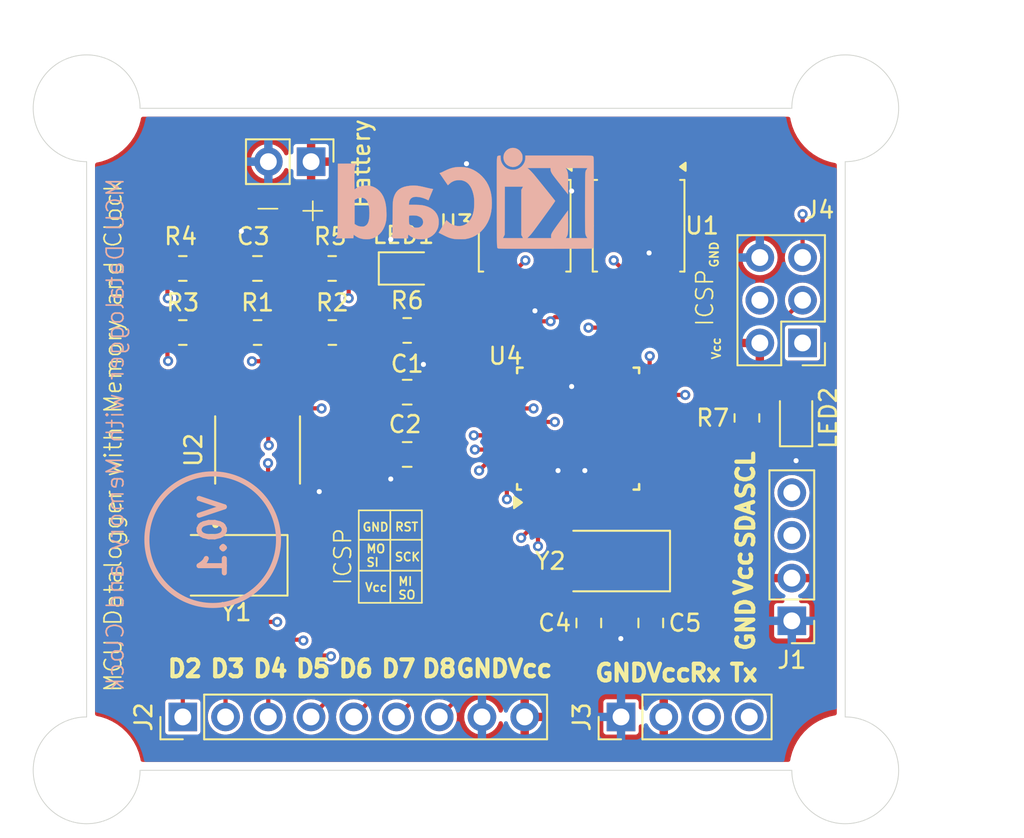
<source format=kicad_pcb>
(kicad_pcb (version 20240108) (generator "pcbnew") (generator_version "8.0")
  (title_block (title "${PROJECT_NAME}") (date "2024-09-07") (rev "1") (company "AllOkay Solutions") (comment 1 "PCB 2-Layer version"))
  (layers (0 "F.Cu" signal) (1 "In1.Cu" signal) (2 "In2.Cu" signal) (31 "B.Cu" signal) (34 "B.Paste" user) (35 "F.Paste" user) (36 "B.SilkS" user "B.Silkscreen") (37 "F.SilkS" user "F.Silkscreen") (38 "B.Mask" user) (39 "F.Mask" user) (44 "Edge.Cuts" user))
  (property "BOARD_VERSION" "0")
  (property "PROJECT_NAME" "MCU Datalogger with Memory and Clock")
  (net 0 "")
  (net 1 "/BVcc")
  (net 2 "GND")
  (net 3 "/AREF")
  (net 4 "Net-(U4-XTAL1{slash}PB6)")
  (net 5 "Net-(U4-XTAL2{slash}PB7)")
  (net 6 "Net-(D1-A)")
  (net 7 "Net-(D2-A)")
  (net 8 "/SCK")
  (net 9 "/SDA")
  (net 10 "/D7")
  (net 11 "/D3")
  (net 12 "/D8")
  (net 13 "/D4")
  (net 14 "/D5")
  (net 15 "/D6")
  (net 16 "/D2")
  (net 17 "/RX")
  (net 18 "/TX")
  (net 19 "/RESET")
  (net 20 "/MOSI")
  (net 21 "/MISO")
  (net 22 "Net-(U2-~{INTA})")
  (net 23 "Net-(U2-SQW{slash}~INT)")
  (net 24 "Net-(U2-X1)")
  (net 25 "Net-(U2-X2)")
  (net 34 "/SCL")
  (footprint "Resistor_SMD:R_0805_2012Metric" (layer "F.Cu") (at 149.245 81.606 180)
    (property "Reference" "R6")
    (property "Value" "330R")
  )
  (footprint "Capacitor_SMD:C_0805_2012Metric" (layer "F.Cu") (at 160.04 99.002 -90)
    (property "Reference" "C4")
    (property "Value" "22p")
  )
  (footprint "Connector_PinHeader_2.54mm:PinHeader_1x04_P2.54mm_Vertical" (layer "F.Cu") (at 161.955 104.59 90)
    (property "Reference" "J3")
    (property "Value" "Conn_01x04_Pin")
  )
  (footprint "Resistor_SMD:R_0805_2012Metric" (layer "F.Cu") (at 144.8 81.73)
    (property "Reference" "R2")
    (property "Value" "10k")
  )
  (footprint "Package_SO:SOIC-8_5.23x5.23mm_P1.27mm" (layer "F.Cu") (at 163 75.38 -90)
    (property "Reference" "U1")
    (property "Value" "24LC1025")
  )
  (footprint "MountingHole:MountingHole_2.1mm" (layer "F.Cu") (at 175.28 68.395)
    (property "Reference" "H2" (hide yes))
    (property "Value" "MountingHole")
  )
  (footprint "Capacitor_SMD:C_0805_2012Metric" (layer "F.Cu") (at 149.245 88.981 180)
    (property "Reference" "C2")
    (property "Value" "0.1u")
  )
  (footprint "Connector_PinHeader_2.54mm:PinHeader_2x03_P2.54mm_Vertical" (layer "F.Cu") (at 172.745 82.35 180)
    (property "Reference" "J4")
    (property "Value" "Conn_02x03_Odd_Even")
  )
  (footprint "LED_SMD:LED_0805_2012Metric" (layer "F.Cu") (at 172.359 86.81 90)
    (property "Reference" "D2" (hide yes))
    (property "Value" "LED" (hide yes))
  )
  (footprint "LED_SMD:LED_0805_2012Metric" (layer "F.Cu") (at 149.245 77.92)
    (property "Reference" "D1" (hide yes))
    (property "Value" "LED" (hide yes))
  )
  (footprint "Connector_PinHeader_2.54mm:PinHeader_1x02_P2.54mm_Vertical" (layer "F.Cu") (at 143.535 71.57 -90)
    (property "Reference" "BT1" (hide yes))
    (property "Value" "Battery" (hide yes))
  )
  (footprint "MountingHole:MountingHole_2.1mm" (layer "F.Cu") (at 130.195 68.395)
    (property "Reference" "H1" (hide yes))
    (property "Value" "MountingHole")
  )
  (footprint "Package_SO:SOIC-8_5.23x5.23mm_P1.27mm" (layer "F.Cu") (at 156.23 75.38 -90)
    (property "Reference" "U3")
    (property "Value" "24LC1025")
  )
  (footprint "Capacitor_SMD:C_0805_2012Metric" (layer "F.Cu") (at 149.245 85.277)
    (property "Reference" "C1")
    (property "Value" "0.1u")
  )
  (footprint "Connector_PinHeader_2.54mm:PinHeader_1x04_P2.54mm_Vertical" (layer "F.Cu") (at 172.105 98.875 180)
    (property "Reference" "J1")
    (property "Value" "Conn_01x04_Pin")
  )
  (footprint "Resistor_SMD:R_0805_2012Metric" (layer "F.Cu") (at 144.786666 77.92 180)
    (property "Reference" "R5")
    (property "Value" "10K")
  )
  (footprint "MountingHole:MountingHole_2.1mm" (layer "F.Cu") (at 175.28 107.765)
    (property "Reference" "H4" (hide yes))
    (property "Value" "MountingHole")
  )
  (footprint "Crystal:Crystal_SMD_5032-2Pin_5.0x3.2mm" (layer "F.Cu") (at 161.818 95.319 180)
    (property "Reference" "Y2")
    (property "Value" "16MHz")
  )
  (footprint "Crystal:Crystal_SMD_5032-2Pin_5.0x3.2mm" (layer "F.Cu") (at 139.085 95.573 180)
    (property "Reference" "Y1")
    (property "Value" "32.768KHz")
  )
  (footprint "Resistor_SMD:R_0805_2012Metric" (layer "F.Cu") (at 169.438 86.81 -90)
    (property "Reference" "R7")
    (property "Value" "330R")
  )
  (footprint "Capacitor_SMD:C_0805_2012Metric" (layer "F.Cu") (at 163.723 99.002 -90)
    (property "Reference" "C5")
    (property "Value" "22p")
  )
  (footprint "Resistor_SMD:R_0805_2012Metric" (layer "F.Cu") (at 135.91 77.92)
    (property "Reference" "R4")
    (property "Value" "4.7K")
  )
  (footprint "Resistor_SMD:R_0805_2012Metric" (layer "F.Cu") (at 135.91 81.73)
    (property "Reference" "R3")
    (property "Value" "4.7K")
  )
  (footprint "Resistor_SMD:R_0805_2012Metric" (layer "F.Cu") (at 140.355 81.73 180)
    (property "Reference" "R1")
    (property "Value" "10k")
  )
  (footprint "Package_QFP:TQFP-32_7x7mm_P0.8mm" (layer "F.Cu") (at 159.405 87.445 90)
    (property "Reference" "U4")
    (property "Value" "ATmega328P")
  )
  (footprint "#download:SOIC127P600X175-8N" (layer "F.Cu") (at 140.355 88.715 90)
    (property "Reference" "U2")
    (property "Value" "DS1337S+")
  )
  (footprint "Capacitor_SMD:C_0805_2012Metric" (layer "F.Cu") (at 140.348333 77.92 180)
    (property "Reference" "C3")
    (property "Value" "100n")
  )
  (footprint "MountingHole:MountingHole_2.1mm" (layer "F.Cu") (at 130.195 107.765)
    (property "Reference" "H3" (hide yes))
    (property "Value" "MountingHole")
  )
  (footprint "Connector_PinHeader_2.54mm:PinHeader_1x09_P2.54mm_Vertical" (layer "F.Cu") (at 135.91 104.59 90)
    (property "Reference" "J2")
    (property "Value" "Conn_01x09_Pin")
  )
  (footprint "Symbol:KiCad-Logo_6mm_SilkScreen" (layer "B.Cu") (at 152.674 73.729 180)
    (property "Reference" "REF**" (hide yes))
    (property "Value" "KiCad-Logo_6mm_SilkScreen" (hide yes))
  )
  (gr_circle (center 137.688 94.049) (end 137.688 90.136658) (stroke (width 0.3)) (fill none) (layer "B.SilkS"))
  (gr_line (start 150.119208 97.805066) (end 146.369208 97.805066) (stroke (width 0.1)) (layer "F.SilkS"))
  (gr_line (start 146.366549 95.894361) (end 150.053746 95.894361) (stroke (width 0.1)) (layer "F.SilkS"))
  (gr_line (start 150.119208 92.305066) (end 150.119208 97.805066) (stroke (width 0.1)) (layer "F.SilkS"))
  (gr_line (start 146.369208 92.305066) (end 150.119208 92.305066) (stroke (width 0.1)) (layer "F.SilkS"))
  (gr_line (start 146.369208 97.805066) (end 146.369208 92.305066) (stroke (width 0.1)) (layer "F.SilkS"))
  (gr_line (start 146.369208 94.055066) (end 150.119208 94.055066) (stroke (width 0.1)) (layer "F.SilkS"))
  (gr_line (start 148.244208 92.305066) (end 148.244208 97.805066) (stroke (width 0.1)) (layer "F.SilkS"))
  (gr_line (start 130.195 71.57) (end 130.195 104.59) (stroke (width 0.05)) (layer "Edge.Cuts"))
  (gr_arc (start 175.28 104.59) (mid 177.525064 110.010064) (end 172.105 107.765) (stroke (width 0.05)) (layer "Edge.Cuts"))
  (gr_arc (start 130.195 71.57) (mid 127.949936 66.149936) (end 133.37 68.395) (stroke (width 0.05)) (layer "Edge.Cuts"))
  (gr_line (start 175.28 104.59) (end 175.28 71.57) (stroke (width 0.05)) (layer "Edge.Cuts"))
  (gr_arc (start 133.37 107.765) (mid 127.949936 110.010064) (end 130.195 104.59) (stroke (width 0.05)) (layer "Edge.Cuts"))
  (gr_line (start 172.105 68.395) (end 133.37 68.395) (stroke (width 0.05)) (layer "Edge.Cuts"))
  (gr_arc (start 172.105 68.395) (mid 177.525064 66.149936) (end 175.28 71.57) (stroke (width 0.05)) (layer "Edge.Cuts"))
  (gr_line (start 133.37 107.765) (end 172.105 107.765) (stroke (width 0.05)) (layer "Edge.Cuts"))
  (gr_text "${PROJECT_NAME}" (at 132.481 72.459 90) (layer "B.SilkS") (effects (font (size 1 1) (thickness 0.1)) (justify left bottom mirror)))
  (gr_text "V${BOARD_VERSION}.${REVISION}" (at 138.577 91.255 90) (layer "B.SilkS") (effects (font (size 1.5 1.5) (thickness 0.3) (bold yes)) (justify left bottom mirror)))
  (gr_text "Tx" (at 168.295 102.558 0) (layer "F.SilkS") (effects (font (size 1 1) (thickness 0.25) (bold yes)) (justify left bottom)))
  (gr_text "Vcc" (at 169.819 97.478 90) (layer "F.SilkS") (effects (font (size 1 1) (thickness 0.25) (bold yes)) (justify left bottom)))
  (gr_text "D8" (at 150.007 102.304 0) (layer "F.SilkS") (effects (font (size 1 1) (thickness 0.25) (bold yes)) (justify left bottom)))
  (gr_text "SCK" (at 148.456521 95.370333 0) (layer "F.SilkS") (effects (font (size 0.5 0.5) (thickness 0.1)) (justify left bottom)))
  (gr_text "D3" (at 137.434 102.304 0) (layer "F.SilkS") (effects (font (size 1 1) (thickness 0.25) (bold yes)) (justify left bottom)))
  (gr_text "D7" (at 147.594 102.304 0) (layer "F.SilkS") (effects (font (size 1 1) (thickness 0.25) (bold yes)) (justify left bottom)))
  (gr_text "GND\n" (at 146.538517 93.595628 0) (layer "F.SilkS") (effects (font (size 0.5 0.5) (thickness 0.1)) (justify left bottom)))
  (gr_text "${PROJECT_NAME}" (at 132.354 103.193 90) (layer "F.SilkS") (effects (font (size 1 1) (thickness 0.1)) (justify left bottom)))
  (gr_text "+" (at 142.641 75.253 0) (layer "F.SilkS") (effects (font (size 1.5 1.5) (thickness 0.1)) (justify left bottom)))
  (gr_text "RST" (at 148.467544 93.584605 0) (layer "F.SilkS") (effects (font (size 0.5 0.5) (thickness 0.1)) (justify left bottom)))
  (gr_text "Vcc									" (at 167.914 83.381 90) (layer "F.SilkS") (effects (font (size 0.5 0.5) (thickness 0.1)) (justify left bottom)))
  (gr_text "MI\nSO\n" (at 148.665958 97.63005 0) (layer "F.SilkS") (effects (font (size 0.5 0.5) (thickness 0.1)) (justify left bottom)))
  (gr_text "GND" (at 160.294 102.558 0) (layer "F.SilkS") (effects (font (size 1 1) (thickness 0.25) (bold yes)) (justify left bottom)))
  (gr_text "-" (at 139.974 75.126 0) (layer "F.SilkS") (effects (font (size 1.5 1.5) (thickness 0.1)) (justify left bottom)))
  (gr_text "D5" (at 142.514 102.304 0) (layer "F.SilkS") (effects (font (size 1 1) (thickness 0.25) (bold yes)) (justify left bottom)))
  (gr_text "Rx" (at 165.882 102.558 0) (layer "F.SilkS") (effects (font (size 1 1) (thickness 0.25) (bold yes)) (justify left bottom)))
  (gr_text "Vcc" (at 163.342 102.558 0) (layer "F.SilkS") (effects (font (size 1 1) (thickness 0.25) (bold yes)) (justify left bottom)))
  (gr_text "Vcc\n" (at 155.087 102.304 0) (layer "F.SilkS") (effects (font (size 1 1) (thickness 0.25) (bold yes)) (justify left bottom)))
  (gr_text "GND" (at 167.787 77.92 90) (layer "F.SilkS") (effects (font (size 0.5 0.5) (thickness 0.1)) (justify left bottom)))
  (gr_text "D6\n" (at 145.054 102.304 0) (layer "F.SilkS") (effects (font (size 1 1) (thickness 0.25) (bold yes)) (justify left bottom)))
  (gr_text "D2" (at 134.894 102.304 0) (layer "F.SilkS") (effects (font (size 1 1) (thickness 0.25) (bold yes)) (justify left bottom)))
  (gr_text "Vcc" (at 146.692839 97.178106 0) (layer "F.SilkS") (effects (font (size 0.5 0.5) (thickness 0.1)) (justify left bottom)))
  (gr_text "ICSP" (at 146.009208 96.836066 90) (layer "F.SilkS") (effects (font (size 1 1) (thickness 0.1)) (justify left bottom)))
  (gr_text "ICSP" (at 167.52 81.44 90) (layer "F.SilkS") (effects (font (size 1 1) (thickness 0.1)) (justify left bottom)))
  (gr_text "GND\n" (at 152.039 102.304 0) (layer "F.SilkS") (effects (font (size 1 1) (thickness 0.25) (bold yes)) (justify left bottom)))
  (gr_text "GND" (at 169.946 100.78 90) (layer "F.SilkS") (effects (font (size 1 1) (thickness 0.25) (bold yes)) (justify left bottom)))
  (gr_text "MO\nSI" (at 146.77 95.69 0) (layer "F.SilkS") (effects (font (size 0.5 0.5) (thickness 0.1)) (justify left bottom)))
  (gr_text "SDA" (at 169.946 94.684 90) (layer "F.SilkS") (effects (font (size 1 1) (thickness 0.25) (bold yes)) (justify left bottom)))
  (gr_text "SCL" (at 169.946 91.763 90) (layer "F.SilkS") (effects (font (size 1 1) (thickness 0.25) (bold yes)) (justify left bottom)))
  (gr_text "D4" (at 139.974 102.304 0) (layer "F.SilkS") (effects (font (size 1 1) (thickness 0.25) (bold yes)) (justify left bottom)))
  (segment (start 161.405 82.305) (end 161.405 83.195) (width 0.35) (layer "F.Cu") (net 1))
  (segment (start 162.77 80.94) (end 161.405 82.305) (width 0.35) (layer "F.Cu") (net 1))
  (segment (start 164.905 80.305) (end 164.27 80.94) (width 0.35) (layer "F.Cu") (net 1))
  (segment (start 162.365 71.78) (end 163.635 71.78) (width 0.35) (layer "F.Cu") (net 1))
  (segment (start 164.905 78.98) (end 164.905 80.305) (width 0.35) (layer "F.Cu") (net 1))
  (segment (start 164.27 80.94) (end 162.77 80.94) (width 0.35) (layer "F.Cu") (net 1))
  (segment (start 163.635 71.78) (end 164.905 71.78) (width 0.35) (layer "F.Cu") (net 1))
  (segment (start 161.942702 99.931507) (end 161.922209 99.952) (width 0.35) (layer "F.Cu") (net 2))
  (segment (start 139.398333 75.712067) (end 139.398333 77.92) (width 0.35) (layer "F.Cu") (net 2))
  (segment (start 159.804003 89.94) (end 159.804003 90.724003) (width 0.35) (layer "F.Cu") (net 2))
  (segment (start 161.942702 99.931507) (end 161.951195 99.94) (width 0.35) (layer "F.Cu") (net 2))
  (segment (start 139.391688 75.705422) (end 139.398333 75.712067) (width 0.35) (layer "F.Cu") (net 2))
  (segment (start 159.02 83.21) (end 159.005 83.195) (width 0.35) (layer "F.Cu") (net 2))
  (segment (start 159.02 73.315) (end 157.395 73.315) (width 0.35) (layer "F.Cu") (net 2))
  (segment (start 150.21121 83.626311) (end 150.195 83.642521) (width 0.35) (layer "F.Cu") (net 2))
  (segment (start 148.27 89.006) (end 148.295 88.981) (width 0.35) (layer "F.Cu") (net 2))
  (segment (start 158.211791 89.94) (end 158.211791 90.748209) (width 0.35) (layer "F.Cu") (net 2))
  (segment (start 157.395 73.315) (end 156.865 72.785) (width 0.35) (layer "F.Cu") (net 2))
  (segment (start 158.211791 90.748209) (end 158.205 90.755) (width 0.35) (layer "F.Cu") (net 2))
  (segment (start 160.645 73.315) (end 161.095 72.865) (width 0.35) (layer "F.Cu") (net 2))
  (segment (start 150.195 83.642521) (end 150.195 85.277) (width 0.35) (layer "F.Cu") (net 2))
  (segment (start 159.02 84.94) (end 159.02 83.21) (width 0.35) (layer "F.Cu") (net 2))
  (segment (start 156.865 80.413586) (end 156.838732 80.439854) (width 0.35) (layer "F.Cu") (net 2))
  (segment (start 142.26 91.19) (end 144.02 91.19) (width 0.35) (layer "F.Cu") (net 2))
  (segment (start 172.359 89.351) (end 172.359 87.7475) (width 0.35) (layer "F.Cu") (net 2))
  (segment (start 148.27 77.8825) (end 148.3075 77.92) (width 0.35) (layer "F.Cu") (net 2))
  (segment (start 163.623026 76.998789) (end 163.623026 78.968026) (width 0.35) (layer "F.Cu") (net 2))
  (segment (start 163.623026 78.968026) (end 163.635 78.98) (width 0.35) (layer "F.Cu") (net 2))
  (segment (start 159.804003 90.724003) (end 159.805 90.725) (width 0.35) (layer "F.Cu") (net 2))
  (segment (start 148.27 76.19) (end 148.27 77.8825) (width 0.35) (layer "F.Cu") (net 2))
  (segment (start 163.711 99.94) (end 163.723 99.952) (width 0.35) (layer "F.Cu") (net 2))
  (segment (start 156.865 72.785) (end 156.865 71.78) (width 0.35) (layer "F.Cu") (net 2))
  (segment (start 148.27 90.44) (end 148.27 89.006) (width 0.35) (layer "F.Cu") (net 2))
  (segment (start 159.805 90.725) (end 159.805 91.695) (width 0.35) (layer "F.Cu") (net 2))
  (segment (start 161.922209 99.952) (end 160.04 99.952) (width 0.35) (layer "F.Cu") (net 2))
  (segment (start 161.095 72.865) (end 161.095 71.78) (width 0.35) (layer "F.Cu") (net 2))
  (segment (start 159.02 73.315) (end 160.645 73.315) (width 0.35) (layer "F.Cu") (net 2))
  (segment (start 154.235 71.69) (end 154.325 71.78) (width 0.35) (layer "F.Cu") (net 2))
  (segment (start 152.77 71.69) (end 154.235 71.69) (width 0.35) (layer "F.Cu") (net 2))
  (segment (start 161.951195 99.94) (end 163.711 99.94) (width 0.35) (layer "F.Cu") (net 2))
  (segment (start 158.205 90.755) (end 158.205 91.695) (width 0.35) (layer "F.Cu") (net 2))
  (segment (start 156.865 78.98) (end 156.865 80.413586) (width 0.35) (layer "F.Cu") (net 2))
  (via (at 148.27 76.19) (size 0.6) (drill 0.3) (layers "F.Cu" "B.Cu") (net 2))
  (via (at 158.211791 89.94) (size 0.6) (drill 0.3) (layers "F.Cu" "B.Cu") (net 2))
  (via (at 148.27 90.44) (size 0.6) (drill 0.3) (layers "F.Cu" "B.Cu") (net 2))
  (via (at 159.02 73.315) (size 0.6) (drill 0.3) (layers "F.Cu" "B.Cu") (net 2))
  (via (at 159.804003 89.94) (size 0.6) (drill 0.3) (layers "F.Cu" "B.Cu") (net 2))
  (via (at 144.02 91.19) (size 0.6) (drill 0.3) (layers "F.Cu" "B.Cu") (net 2))
  (via (at 163.623026 76.998789) (size 0.6) (drill 0.3) (layers "F.Cu" "B.Cu") (net 2))
  (via (at 150.21121 83.626311) (size 0.6) (drill 0.3) (layers "F.Cu" "B.Cu") (net 2))
  (via (at 152.77 71.69) (size 0.6) (drill 0.3) (layers "F.Cu" "B.Cu") (net 2))
  (via (at 159.02 84.94) (size 0.6) (drill 0.3) (layers "F.Cu" "B.Cu") (net 2))
  (via (at 139.391688 75.705422) (size 0.6) (drill 0.3) (layers "F.Cu" "B.Cu") (net 2))
  (via (at 161.942702 99.931507) (size 0.6) (drill 0.3) (layers "F.Cu" "B.Cu") (net 2))
  (via (at 172.359 89.351) (size 0.6) (drill 0.3) (layers "F.Cu" "B.Cu") (net 2))
  (via (at 156.838732 80.439854) (size 0.6) (drill 0.3) (layers "F.Cu" "B.Cu") (net 2))
  (segment (start 159.805 82.39) (end 159.805 83.195) (width 0.25) (layer "F.Cu") (net 3))
  (segment (start 150.195 87.515) (end 156.02 81.69) (width 0.25) (layer "F.Cu") (net 3))
  (segment (start 156.02 81.69) (end 159.105 81.69) (width 0.25) (layer "F.Cu") (net 3))
  (segment (start 159.105 81.69) (end 159.805 82.39) (width 0.25) (layer "F.Cu") (net 3))
  (segment (start 150.195 88.981) (end 150.195 87.515) (width 0.25) (layer "F.Cu") (net 3))
  (segment (start 160.04 98.052) (end 160.04 95.391) (width 0.25) (layer "F.Cu") (net 4))
  (segment (start 159.968 95.319) (end 161.405 93.882) (width 0.25) (layer "F.Cu") (net 4))
  (segment (start 160.04 95.391) (end 159.968 95.319) (width 0.25) (layer "F.Cu") (net 4))
  (segment (start 161.405 93.882) (end 161.405 91.695) (width 0.25) (layer "F.Cu") (net 4))
  (segment (start 163.723 95.374) (end 163.668 95.319) (width 0.25) (layer "F.Cu") (net 5))
  (segment (start 163.723 98.052) (end 163.723 95.374) (width 0.25) (layer "F.Cu") (net 5))
  (segment (start 163.668 95.319) (end 162.205 93.856) (width 0.25) (layer "F.Cu") (net 5))
  (segment (start 162.205 93.856) (end 162.205 91.695) (width 0.25) (layer "F.Cu") (net 5))
  (segment (start 150.1825 77.92) (end 150.1825 81.581) (width 0.25) (layer "F.Cu") (net 6))
  (segment (start 150.1825 81.581) (end 150.1575 81.606) (width 0.25) (layer "F.Cu") (net 6))
  (segment (start 169.438 87.7225) (end 170.509 87.7225) (width 0.25) (layer "F.Cu") (net 7))
  (segment (start 170.509 87.7225) (end 172.359 85.8725) (width 0.25) (layer "F.Cu") (net 7))
  (segment (start 171.479313 81.075687) (end 172.745 79.81) (width 0.25) (layer "F.Cu") (net 8))
  (segment (start 171.479313 81.075687) (end 171.479313 83.856187) (width 0.25) (layer "F.Cu") (net 8))
  (segment (start 171.479313 83.856187) (end 169.438 85.8975) (width 0.25) (layer "F.Cu") (net 8))
  (segment (start 163.27 82.44) (end 165.9805 82.44) (width 0.25) (layer "F.Cu") (net 8))
  (segment (start 165.9805 82.44) (end 169.438 85.8975) (width 0.25) (layer "F.Cu") (net 8))
  (segment (start 162.205 83.195) (end 162.515 83.195) (width 0.25) (layer "F.Cu") (net 8))
  (segment (start 162.515 83.195) (end 163.27 82.44) (width 0.25) (layer "F.Cu") (net 8))
  (segment (start 142.26 86.24) (end 144.135284 86.24) (width 0.25) (layer "F.Cu") (net 9))
  (segment (start 157.77 81.065) (end 158.02 80.815) (width 0.25) (layer "F.Cu") (net 9))
  (segment (start 134.9975 77.92) (end 134.9975 79.6675) (width 0.25) (layer "F.Cu") (net 9))
  (segment (start 154.325 79.779999) (end 154.325 78.98) (width 0.25) (layer "F.Cu") (net 9))
  (segment (start 156.75613 86.245472) (end 156.205472 86.245472) (width 0.25) (layer "F.Cu") (net 9))
  (segment (start 155.610001 81.065) (end 154.325 79.779999) (width 0.25) (layer "F.Cu") (net 9))
  (segment (start 157.77 81.065) (end 155.610001 81.065) (width 0.25) (layer "F.Cu") (net 9))
  (segment (start 156.205472 86.245472) (end 156.205 86.245) (width 0.25) (layer "F.Cu") (net 9))
  (segment (start 144.135284 86.24) (end 144.142137 86.246853) (width 0.25) (layer "F.Cu") (net 9))
  (segment (start 156.205 86.245) (end 155.155 86.245) (width 0.25) (layer "F.Cu") (net 9))
  (segment (start 144.158467 86.263183) (end 144.138871 86.243587) (width 0.25) (layer "F.Cu") (net 9))
  (segment (start 161.095 79.865) (end 161.095 78.98) (width 0.25) (layer "F.Cu") (net 9))
  (segment (start 160.145 80.815) (end 161.095 79.865) (width 0.25) (layer "F.Cu") (net 9))
  (segment (start 135.02 79.69) (end 134.9975 79.6675) (width 0.25) (layer "F.Cu") (net 9))
  (segment (start 158.02 80.815) (end 160.145 80.815) (width 0.25) (layer "F.Cu") (net 9))
  (segment (start 144.142137 86.246853) (end 144.158467 86.246853) (width 0.25) (layer "F.Cu") (net 9))
  (segment (start 144.158467 86.246853) (end 144.158467 86.263183) (width 0.25) (layer "F.Cu") (net 9))
  (via (at 135.02 79.69) (size 0.6) (drill 0.3) (layers "F.Cu" "B.Cu") (net 9))
  (via (at 144.158467 86.246853) (size 0.6) (drill 0.3) (layers "F.Cu" "B.Cu") (net 9))
  (via (at 157.77 81.065) (size 0.6) (drill 0.3) (layers "F.Cu" "B.Cu") (net 9))
  (via (at 156.75613 86.245472) (size 0.6) (drill 0.3) (layers "F.Cu" "B.Cu") (net 9))
  (segment (start 169.57 93.51) (end 169.57 99.14) (width 0.25) (layer "F.Cu") (net 10))
  (segment (start 164.705 88.645) (end 169.57 93.51) (width 0.25) (layer "F.Cu") (net 10))
  (segment (start 163.655 88.645) (end 164.705 88.645) (width 0.25) (layer "F.Cu") (net 10))
  (segment (start 169.57 99.14) (end 166.57 102.14) (width 0.25) (layer "F.Cu") (net 10))
  (segment (start 166.57 102.14) (end 151.06 102.14) (width 0.25) (layer "F.Cu") (net 10))
  (segment (start 151.06 102.14) (end 148.61 104.59) (width 0.25) (layer "F.Cu") (net 10))
  (segment (start 156.605 93.311743) (end 156.608184 93.314927) (width 0.25) (layer "F.Cu") (net 11))
  (segment (start 140.213198 99.996802) (end 138.45 101.76) (width 0.25) (layer "F.Cu") (net 11))
  (segment (start 143.043198 99.996802) (end 140.213198 99.996802) (width 0.25) (layer "F.Cu") (net 11))
  (segment (start 156.605 91.695) (end 156.605 93.311743) (width 0.25) (layer "F.Cu") (net 11))
  (segment (start 156.02 93.94) (end 156.608184 93.351816) (width 0.25) (layer "F.Cu") (net 11))
  (segment (start 138.45 101.76) (end 138.45 104.59) (width 0.25) (layer "F.Cu") (net 11))
  (segment (start 156.608184 93.351816) (end 156.608184 93.314927) (width 0.25) (layer "F.Cu") (net 11))
  (via (at 156.02 93.94) (size 0.6) (drill 0.3) (layers "F.Cu" "B.Cu") (net 11))
  (via (at 143.074552 100.046283) (size 0.6) (drill 0.3) (layers "F.Cu" "B.Cu") (net 11))
  (segment (start 166.87 102.59) (end 153.15 102.59) (width 0.25) (layer "F.Cu") (net 12))
  (segment (start 153.15 102.59) (end 151.15 104.59) (width 0.25) (layer "F.Cu") (net 12))
  (segment (start 163.655 87.845) (end 164.541396 87.845) (width 0.25) (layer "F.Cu") (net 12))
  (segment (start 170.02 93.323604) (end 170.02 99.44) (width 0.25) (layer "F.Cu") (net 12))
  (segment (start 164.541396 87.845) (end 170.02 93.323604) (width 0.25) (layer "F.Cu") (net 12))
  (segment (start 170.02 99.44) (end 166.87 102.59) (width 0.25) (layer "F.Cu") (net 12))
  (segment (start 157.02 94.44) (end 157.02 93.69) (width 0.25) (layer "F.Cu") (net 13))
  (segment (start 144.64 100.94) (end 143.27 100.94) (width 0.25) (layer "F.Cu") (net 13))
  (segment (start 157.395073 93.314927) (end 157.40184 93.314927) (width 0.25) (layer "F.Cu") (net 13))
  (segment (start 140.99 103.22) (end 140.99 104.59) (width 0.25) (layer "F.Cu") (net 13))
  (segment (start 157.02 93.69) (end 157.395073 93.314927) (width 0.25) (layer "F.Cu") (net 13))
  (segment (start 143.27 100.94) (end 140.99 103.22) (width 0.25) (layer "F.Cu") (net 13))
  (segment (start 157.405 93.311767) (end 157.405 91.695) (width 0.25) (layer "F.Cu") (net 13))
  (via (at 144.713306 100.986913) (size 0.6) (drill 0.3) (layers "F.Cu" "B.Cu") (net 13))
  (via (at 157.02 94.44) (size 0.6) (drill 0.3) (layers "F.Cu" "B.Cu") (net 13))
  (segment (start 146.93 101.19) (end 143.53 104.59) (width 0.25) (layer "F.Cu") (net 14))
  (segment (start 168.67 98.767208) (end 166.247208 101.19) (width 0.25) (layer "F.Cu") (net 14))
  (segment (start 168.67 93.882792) (end 168.67 98.767208) (width 0.25) (layer "F.Cu") (net 14))
  (segment (start 165.032208 90.245) (end 168.67 93.882792) (width 0.25) (layer "F.Cu") (net 14))
  (segment (start 163.655 90.245) (end 165.032208 90.245) (width 0.25) (layer "F.Cu") (net 14))
  (segment (start 166.247208 101.19) (end 146.93 101.19) (width 0.25) (layer "F.Cu") (net 14))
  (segment (start 163.655 89.445) (end 164.868604 89.445) (width 0.25) (layer "F.Cu") (net 15))
  (segment (start 166.383604 101.69) (end 148.97 101.69) (width 0.25) (layer "F.Cu") (net 15))
  (segment (start 169.12 98.953604) (end 166.383604 101.69) (width 0.25) (layer "F.Cu") (net 15))
  (segment (start 169.12 93.696396) (end 169.12 98.953604) (width 0.25) (layer "F.Cu") (net 15))
  (segment (start 164.868604 89.445) (end 169.12 93.696396) (width 0.25) (layer "F.Cu") (net 15))
  (segment (start 148.97 101.69) (end 146.07 104.59) (width 0.25) (layer "F.Cu") (net 15))
  (segment (start 155.155 90.245) (end 155.175192 91.646778) (width 0.25) (layer "F.Cu") (net 16))
  (segment (start 141.52 98.94) (end 139.27 98.94) (width 0.25) (layer "F.Cu") (net 16))
  (segment (start 135.91 102.3) (end 135.91 104.59) (width 0.25) (layer "F.Cu") (net 16))
  (segment (start 139.27 98.94) (end 135.91 102.3) (width 0.25) (layer "F.Cu") (net 16))
  (via (at 155.175192 91.646778) (size 0.6) (drill 0.3) (layers "F.Cu" "B.Cu") (net 16))
  (via (at 141.52 98.94) (size 0.6) (drill 0.3) (layers "F.Cu" "B.Cu") (net 16))
  (segment (start 153.27 88.69) (end 155.11 88.69) (width 0.25) (layer "F.Cu") (net 17))
  (segment (start 155.11 88.69) (end 155.155 88.645) (width 0.25) (layer "F.Cu") (net 17))
  (via (at 153.27 88.69) (size 0.6) (drill 0.3) (layers "F.Cu" "B.Cu") (net 17))
  (segment (start 153.52 89.94) (end 154.015 89.445) (width 0.25) (layer "F.Cu") (net 18))
  (segment (start 154.015 89.445) (end 155.155 89.445) (width 0.25) (layer "F.Cu") (net 18))
  (via (at 153.52 89.94) (size 0.6) (drill 0.3) (layers "F.Cu" "B.Cu") (net 18))
  (segment (start 172.745 74.69) (end 172.745 77.27) (width 0.25) (layer "F.Cu") (net 19))
  (segment (start 153.208227 87.845) (end 155.155 87.845) (width 0.25) (layer "F.Cu") (net 19))
  (segment (start 153.204678 87.848549) (end 153.208227 87.845) (width 0.25) (layer "F.Cu") (net 19))
  (segment (start 145.77 77.990834) (end 145.699166 77.92) (width 0.25) (layer "F.Cu") (net 19))
  (segment (start 145.77 79.69) (end 145.77 77.990834) (width 0.25) (layer "F.Cu") (net 19))
  (via (at 153.204678 87.848549) (size 0.6) (drill 0.3) (layers "F.Cu" "B.Cu") (net 19))
  (via (at 172.745 74.69) (size 0.6) (drill 0.3) (layers "F.Cu" "B.Cu") (net 19))
  (via (at 145.77 79.69) (size 0.6) (drill 0.3) (layers "F.Cu" "B.Cu") (net 19))
  (segment (start 165.77 85.44) (end 163.66 85.44) (width 0.25) (layer "F.Cu") (net 20))
  (segment (start 163.66 85.44) (end 163.655 85.445) (width 0.25) (layer "F.Cu") (net 20))
  (via (at 165.77 85.44) (size 0.6) (drill 0.3) (layers "F.Cu" "B.Cu") (net 20))
  (segment (start 163.662509 83.132589) (end 163.655 83.140098) (width 0.25) (layer "F.Cu") (net 21))
  (segment (start 163.655 83.140098) (end 163.655 84.645) (width 0.25) (layer "F.Cu") (net 21))
  (via (at 163.662509 83.132589) (size 0.6) (drill 0.3) (layers "F.Cu" "B.Cu") (net 21))
  (segment (start 140.52 83.44) (end 140.02 83.44) (width 0.25) (layer "F.Cu") (net 22))
  (segment (start 140.975907 89.498934) (end 140.99 91.19) (width 0.25) (layer "F.Cu") (net 22))
  (segment (start 141.2675 82.6925) (end 140.52 83.44) (width 0.25) (layer "F.Cu") (net 22))
  (segment (start 141.2675 81.73) (end 141.2675 82.6925) (width 0.25) (layer "F.Cu") (net 22))
  (via (at 140.975907 89.498934) (size 0.6) (drill 0.3) (layers "F.Cu" "B.Cu") (net 22))
  (via (at 140.02 83.44) (size 0.6) (drill 0.3) (layers "F.Cu" "B.Cu") (net 22))
  (segment (start 145.7125 81.73) (end 145.7125 82.9975) (width 0.25) (layer "F.Cu") (net 23))
  (segment (start 139.72 85.24) (end 139.72 86.24) (width 0.25) (layer "F.Cu") (net 23))
  (segment (start 144.27 84.44) (end 140.52 84.44) (width 0.25) (layer "F.Cu") (net 23))
  (segment (start 145.7125 82.9975) (end 144.27 84.44) (width 0.25) (layer "F.Cu") (net 23))
  (segment (start 140.52 84.44) (end 139.72 85.24) (width 0.25) (layer "F.Cu") (net 23))
  (segment (start 138.52 94.288) (end 138.52 91.26) (width 0.25) (layer "F.Cu") (net 24))
  (segment (start 137.235 95.573) (end 138.52 94.288) (width 0.25) (layer "F.Cu") (net 24))
  (segment (start 138.52 91.26) (end 138.45 91.19) (width 0.25) (layer "F.Cu") (net 24))
  (segment (start 140.935 95.573) (end 139.72 94.358) (width 0.25) (layer "F.Cu") (net 25))
  (segment (start 139.72 94.358) (end 139.72 91.19) (width 0.25) (layer "F.Cu") (net 25))
  (segment (start 156.751619 87.045) (end 156.751776 87.045157) (width 0.25) (layer "F.Cu") (net 34))
  (segment (start 134.9975 81.73) (end 134.9975 83.38444) (width 0.25) (layer "F.Cu") (net 34))
  (segment (start 134.9975 83.38444) (end 135.03653 83.42347) (width 0.25) (layer "F.Cu") (net 34))
  (segment (start 155.595 78.98) (end 155.595 78.115) (width 0.25) (layer "F.Cu") (net 34))
  (segment (start 162.365 78.98) (end 162.365 80.595) (width 0.25) (layer "F.Cu") (net 34))
  (segment (start 140.99 88.41) (end 141.02 88.44) (width 0.25) (layer "F.Cu") (net 34))
  (segment (start 155.595 78.115) (end 156.27 77.44) (width 0.25) (layer "F.Cu") (net 34))
  (segment (start 155.155 87.045) (end 158.019843 87.045) (width 0.25) (layer "F.Cu") (net 34))
  (segment (start 158.019843 87.045) (end 158.02 87.045157) (width 0.25) (layer "F.Cu") (net 34))
  (segment (start 162.365 80.595) (end 161.52 81.44) (width 0.25) (layer "F.Cu") (net 34))
  (segment (start 162.365 78.98) (end 162.365 78.285) (width 0.25) (layer "F.Cu") (net 34))
  (segment (start 140.99 86.24) (end 140.99 88.41) (width 0.25) (layer "F.Cu") (net 34))
  (segment (start 161.52 81.44) (end 160.02 81.44) (width 0.25) (layer "F.Cu") (net 34))
  (segment (start 162.365 78.285) (end 161.52 77.44) (width 0.25) (layer "F.Cu") (net 34))
  (segment (start 155.155 87.045) (end 156.751619 87.045) (width 0.25) (layer "F.Cu") (net 34))
  (via (at 135.03653 83.42347) (size 0.6) (drill 0.3) (layers "F.Cu" "B.Cu") (net 34))
  (via (at 160.02 81.44) (size 0.6) (drill 0.3) (layers "F.Cu" "B.Cu") (net 34))
  (via (at 161.52 77.44) (size 0.6) (drill 0.3) (layers "F.Cu" "B.Cu") (net 34))
  (via (at 158.02 87.045157) (size 0.6) (drill 0.3) (layers "F.Cu" "B.Cu") (net 34))
  (via (at 156.27 77.44) (size 0.6) (drill 0.3) (layers "F.Cu" "B.Cu") (net 34))
  (via (at 141.02 88.44) (size 0.6) (drill 0.3) (layers "F.Cu" "B.Cu") (net 34))
  (zone (net 0) (net_name "") (layer "F.Cu") (connect_pads (clearance 0)) (min_thickness 0.25)
    (keepout (tracks not_allowed) (vias not_allowed) (pads allowed) (copperpour not_allowed) (footprints allowed))
    (fill (thermal_gap 0.5) (thermal_bridge_width 0.5))
    (polygon (pts (xy 178.531956 107.732257) (xy 178.51269 107.376914) (xy 178.455117 107.025737) (xy 178.359913 106.682843) (xy 178.228194 106.352252) (xy 178.061504 106.037841) (xy 177.861797 105.743296) (xy 177.631415 105.472069) (xy 177.373058 105.227341) (xy 177.089756 105.01198) (xy 176.784831 104.828512) (xy 176.461856 104.679089) (xy 176.12462 104.56546) (xy 175.777075 104.48896) (xy 175.423296 104.450484) (xy 175.06743 104.450484) (xy 174.713651 104.48896) (xy 174.366106 104.56546) (xy 174.02887 104.679089) (xy 173.705895 104.828512) (xy 173.40097 105.01198) (xy 173.117668 105.227341) (xy 172.859311 105.472069) (xy 172.628929 105.743296) (xy 172.429222 106.037841) (xy 172.262532 106.352252) (xy 172.130813 106.682843) (xy 172.035609 107.025737) (xy 171.978036 107.376914) (xy 171.95877 107.732257) (xy 171.978036 108.0876) (xy 172.035609 108.438777) (xy 172.130813 108.781671) (xy 172.262532 109.112262) (xy 172.429222 109.426673) (xy 172.628929 109.721218) (xy 172.859311 109.992445) (xy 173.117668 110.237173) (xy 173.40097 110.452534) (xy 173.705895 110.636002) (xy 174.02887 110.785425) (xy 174.366106 110.899054) (xy 174.713651 110.975554) (xy 175.06743 111.01403) (xy 175.423296 111.01403) (xy 175.777075 110.975554) (xy 176.12462 110.899054) (xy 176.461856 110.785425) (xy 176.784831 110.636002) (xy 177.089756 110.452534) (xy 177.373058 110.237173) (xy 177.631415 109.992445) (xy 177.861797 109.721218) (xy 178.061504 109.426673) (xy 178.228194 109.112262) (xy 178.359913 108.781671) (xy 178.455117 108.438777) (xy 178.51269 108.0876)))
  )
  (zone (net 0) (net_name "") (layer "F.Cu") (connect_pads (clearance 0)) (min_thickness 0.25)
    (keepout (tracks not_allowed) (vias not_allowed) (pads allowed) (copperpour not_allowed) (footprints allowed))
    (fill (thermal_gap 0.5) (thermal_bridge_width 0.5))
    (polygon (pts (xy 178.53579 68.415642) (xy 178.516524 68.060299) (xy 178.458951 67.709122) (xy 178.363747 67.366228) (xy 178.232028 67.035637) (xy 178.065338 66.721226) (xy 177.865631 66.426681) (xy 177.635249 66.155454) (xy 177.376892 65.910726) (xy 177.09359 65.695365) (xy 176.788665 65.511897) (xy 176.46569 65.362474) (xy 176.128454 65.248845) (xy 175.780909 65.172345) (xy 175.42713 65.133869) (xy 175.071264 65.133869) (xy 174.717485 65.172345) (xy 174.36994 65.248845) (xy 174.032704 65.362474) (xy 173.709729 65.511897) (xy 173.404804 65.695365) (xy 173.121502 65.910726) (xy 172.863145 66.155454) (xy 172.632763 66.426681) (xy 172.433056 66.721226) (xy 172.266366 67.035637) (xy 172.134647 67.366228) (xy 172.039443 67.709122) (xy 171.98187 68.060299) (xy 171.962604 68.415642) (xy 171.98187 68.770985) (xy 172.039443 69.122162) (xy 172.134647 69.465056) (xy 172.266366 69.795647) (xy 172.433056 70.110058) (xy 172.632763 70.404603) (xy 172.863145 70.67583) (xy 173.121502 70.920558) (xy 173.404804 71.135919) (xy 173.709729 71.319387) (xy 174.032704 71.46881) (xy 174.36994 71.582439) (xy 174.717485 71.658939) (xy 175.071264 71.697415) (xy 175.42713 71.697415) (xy 175.780909 71.658939) (xy 176.128454 71.582439) (xy 176.46569 71.46881) (xy 176.788665 71.319387) (xy 177.09359 71.135919) (xy 177.376892 70.920558) (xy 177.635249 70.67583) (xy 177.865631 70.404603) (xy 178.065338 70.110058) (xy 178.232028 69.795647) (xy 178.363747 69.465056) (xy 178.458951 69.122162) (xy 178.516524 68.770985)))
  )
  (zone (net 1) (net_name "/BVcc") (layer "F.Cu") (connect_pads (clearance 0)) (min_thickness 0.25) (fill yes (thermal_gap 0.5) (thermal_bridge_width 0.5))
    (polygon (pts (arc (start 172.095 68.245) (mid 177.515064 65.999936) (end 175.27 71.42)) (arc (start 175.27 104.44) (mid 177.515064 109.860064) (end 172.095 107.615)) (arc (start 133.36 107.615) (mid 127.939936 109.860064) (end 130.185 104.44)) (arc (start 130.185 71.42) (mid 127.939936 65.999936) (end 133.36 68.245))))
  )
  (zone (net 0) (net_name "") (layer "F.Cu") (connect_pads (clearance 0)) (min_thickness 0.25)
    (keepout (tracks not_allowed) (vias not_allowed) (pads allowed) (copperpour not_allowed) (footprints allowed))
    (fill (thermal_gap 0.5) (thermal_bridge_width 0.5))
    (polygon (pts (xy 133.460742 107.758944) (xy 133.441476 107.403601) (xy 133.383903 107.052424) (xy 133.288699 106.70953) (xy 133.15698 106.378939) (xy 132.99029 106.064528) (xy 132.790583 105.769983) (xy 132.560201 105.498756) (xy 132.301844 105.254028) (xy 132.018542 105.038667) (xy 131.713617 104.855199) (xy 131.390642 104.705776) (xy 131.053406 104.592147) (xy 130.705861 104.515647) (xy 130.352082 104.477171) (xy 129.996216 104.477171) (xy 129.642437 104.515647) (xy 129.294892 104.592147) (xy 128.957656 104.705776) (xy 128.634681 104.855199) (xy 128.329756 105.038667) (xy 128.046454 105.254028) (xy 127.788097 105.498756) (xy 127.557715 105.769983) (xy 127.358008 106.064528) (xy 127.191318 106.378939) (xy 127.059599 106.70953) (xy 126.964395 107.052424) (xy 126.906822 107.403601) (xy 126.887556 107.758944) (xy 126.906822 108.114287) (xy 126.964395 108.465464) (xy 127.059599 108.808358) (xy 127.191318 109.138949) (xy 127.358008 109.45336) (xy 127.557715 109.747905) (xy 127.788097 110.019132) (xy 128.046454 110.26386) (xy 128.329756 110.479221) (xy 128.634681 110.662689) (xy 128.957656 110.812112) (xy 129.294892 110.925741) (xy 129.642437 111.002241) (xy 129.996216 111.040717) (xy 130.352082 111.040717) (xy 130.705861 111.002241) (xy 131.053406 110.925741) (xy 131.390642 110.812112) (xy 131.713617 110.662689) (xy 132.018542 110.479221) (xy 132.301844 110.26386) (xy 132.560201 110.019132) (xy 132.790583 109.747905) (xy 132.99029 109.45336) (xy 133.15698 109.138949) (xy 133.288699 108.808358) (xy 133.383903 108.465464) (xy 133.441476 108.114287)))
  )
  (zone (net 0) (net_name "") (layer "F.Cu") (connect_pads (clearance 0)) (min_thickness 0.25)
    (keepout (tracks not_allowed) (vias not_allowed) (pads allowed) (copperpour not_allowed) (footprints allowed))
    (fill (thermal_gap 0.5) (thermal_bridge_width 0.5))
    (polygon (pts (xy 133.481593 68.395) (xy 133.462327 68.039657) (xy 133.404754 67.68848) (xy 133.30955 67.345586) (xy 133.177831 67.014995) (xy 133.011141 66.700584) (xy 132.811434 66.406039) (xy 132.581052 66.134812) (xy 132.322695 65.890084) (xy 132.039393 65.674723) (xy 131.734468 65.491255) (xy 131.411493 65.341832) (xy 131.074257 65.228203) (xy 130.726712 65.151703) (xy 130.372933 65.113227) (xy 130.017067 65.113227) (xy 129.663288 65.151703) (xy 129.315743 65.228203) (xy 128.978507 65.341832) (xy 128.655532 65.491255) (xy 128.350607 65.674723) (xy 128.067305 65.890084) (xy 127.808948 66.134812) (xy 127.578566 66.406039) (xy 127.378859 66.700584) (xy 127.212169 67.014995) (xy 127.08045 67.345586) (xy 126.985246 67.68848) (xy 126.927673 68.039657) (xy 126.908407 68.395) (xy 126.927673 68.750343) (xy 126.985246 69.10152) (xy 127.08045 69.444414) (xy 127.212169 69.775005) (xy 127.378859 70.089416) (xy 127.578566 70.383961) (xy 127.808948 70.655188) (xy 128.067305 70.899916) (xy 128.350607 71.115277) (xy 128.655532 71.298745) (xy 128.978507 71.448168) (xy 129.315743 71.561797) (xy 129.663288 71.638297) (xy 130.017067 71.676773) (xy 130.372933 71.676773) (xy 130.726712 71.638297) (xy 131.074257 71.561797) (xy 131.411493 71.448168) (xy 131.734468 71.298745) (xy 132.039393 71.115277) (xy 132.322695 70.899916) (xy 132.581052 70.655188) (xy 132.811434 70.383961) (xy 133.011141 70.089416) (xy 133.177831 69.775005) (xy 133.30955 69.444414) (xy 133.404754 69.10152) (xy 133.462327 68.750343)))
  )
  (zone (net 2) (net_name "GND") (layer "B.Cu") (connect_pads (clearance 0)) (min_thickness 0.25) (fill yes (thermal_gap 0.5) (thermal_bridge_width 0.5))
    (polygon (pts (arc (start 172.105 68.395) (mid 177.525064 66.149936) (end 175.28 71.57)) (arc (start 175.28 104.59) (mid 177.525064 110.010064) (end 172.105 107.765)) (arc (start 133.37 107.765) (mid 127.949936 110.010064) (end 130.195 104.59)) (arc (start 130.195 71.57) (mid 127.949936 66.149936) (end 133.37 68.395))))
  )
  (zone (net 0) (net_name "") (layer "B.Cu") (connect_pads (clearance 0)) (min_thickness 0.25)
    (keepout (tracks not_allowed) (vias not_allowed) (pads allowed) (copperpour not_allowed) (footprints allowed))
    (fill (thermal_gap 0.5) (thermal_bridge_width 0.5))
    (polygon (pts (xy 178.805534 68.44) (xy 178.786166 68.070436) (xy 178.728274 67.704921) (xy 178.632493 67.34746) (xy 178.499871 67.001969) (xy 178.331862 66.672233) (xy 178.130307 66.361865) (xy 177.897414 66.074266) (xy 177.635734 65.812586) (xy 177.348135 65.579693) (xy 177.037767 65.378138) (xy 176.708031 65.210129) (xy 176.36254 65.077507) (xy 176.005079 64.981726) (xy 175.639564 64.923834) (xy 175.27 64.904466) (xy 174.900436 64.923834) (xy 174.534921 64.981726) (xy 174.17746 65.077507) (xy 173.831969 65.210129) (xy 173.502233 65.378138) (xy 173.191865 65.579693) (xy 172.904266 65.812586) (xy 172.642586 66.074266) (xy 172.409693 66.361865) (xy 172.208138 66.672233) (xy 172.040129 67.001969) (xy 171.907507 67.34746) (xy 171.811726 67.704921) (xy 171.753834 68.070436) (xy 171.734466 68.44) (xy 171.753834 68.809564) (xy 171.811726 69.175079) (xy 171.907507 69.53254) (xy 172.040129 69.878031) (xy 172.208138 70.207767) (xy 172.409693 70.518135) (xy 172.642586 70.805734) (xy 172.904266 71.067414) (xy 173.191865 71.300307) (xy 173.502233 71.501862) (xy 173.831969 71.669871) (xy 174.17746 71.802493) (xy 174.534921 71.898274) (xy 174.900436 71.956166) (xy 175.27 71.975534) (xy 175.639564 71.956166) (xy 176.005079 71.898274) (xy 176.36254 71.802493) (xy 176.708031 71.669871) (xy 177.037767 71.501862) (xy 177.348135 71.300307) (xy 177.635734 71.067414) (xy 177.897414 70.805734) (xy 178.130307 70.518135) (xy 178.331862 70.207767) (xy 178.499871 69.878031) (xy 178.632493 69.53254) (xy 178.728274 69.175079) (xy 178.786166 68.809564)))
  )
  (zone (net 0) (net_name "") (layer "B.Cu") (connect_pads (clearance 0)) (min_thickness 0.25)
    (keepout (tracks not_allowed) (vias not_allowed) (pads allowed) (copperpour not_allowed) (footprints allowed))
    (fill (thermal_gap 0.5) (thermal_bridge_width 0.5))
    (polygon (pts (xy 133.662931 107.7998) (xy 133.643563 107.430236) (xy 133.585671 107.064721) (xy 133.48989 106.70726) (xy 133.357268 106.361769) (xy 133.189259 106.032033) (xy 132.987704 105.721665) (xy 132.754811 105.434066) (xy 132.493131 105.172386) (xy 132.205532 104.939493) (xy 131.895164 104.737938) (xy 131.565428 104.569929) (xy 131.219937 104.437307) (xy 130.862476 104.341526) (xy 130.496961 104.283634) (xy 130.127397 104.264266) (xy 129.757833 104.283634) (xy 129.392318 104.341526) (xy 129.034857 104.437307) (xy 128.689366 104.569929) (xy 128.35963 104.737938) (xy 128.049262 104.939493) (xy 127.761663 105.172386) (xy 127.499983 105.434066) (xy 127.26709 105.721665) (xy 127.065535 106.032033) (xy 126.897526 106.361769) (xy 126.764904 106.70726) (xy 126.669123 107.064721) (xy 126.611231 107.430236) (xy 126.591863 107.7998) (xy 126.611231 108.169364) (xy 126.669123 108.534879) (xy 126.764904 108.89234) (xy 126.897526 109.237831) (xy 127.065535 109.567567) (xy 127.26709 109.877935) (xy 127.499983 110.165534) (xy 127.761663 110.427214) (xy 128.049262 110.660107) (xy 128.35963 110.861662) (xy 128.689366 111.029671) (xy 129.034857 111.162293) (xy 129.392318 111.258074) (xy 129.757833 111.315966) (xy 130.127397 111.335334) (xy 130.496961 111.315966) (xy 130.862476 111.258074) (xy 131.219937 111.162293) (xy 131.565428 111.029671) (xy 131.895164 110.861662) (xy 132.205532 110.660107) (xy 132.493131 110.427214) (xy 132.754811 110.165534) (xy 132.987704 109.877935) (xy 133.189259 109.567567) (xy 133.357268 109.237831) (xy 133.48989 108.89234) (xy 133.585671 108.534879) (xy 133.643563 108.169364)))
  )
  (zone (net 0) (net_name "") (layer "B.Cu") (connect_pads (clearance 0)) (min_thickness 0.25)
    (keepout (tracks not_allowed) (vias not_allowed) (pads allowed) (copperpour not_allowed) (footprints allowed))
    (fill (thermal_gap 0.5) (thermal_bridge_width 0.5))
    (polygon (pts (xy 178.705282 107.647748) (xy 178.685914 107.278184) (xy 178.628022 106.912669) (xy 178.532241 106.555208) (xy 178.399619 106.209717) (xy 178.23161 105.879981) (xy 178.030055 105.569613) (xy 177.797162 105.282014) (xy 177.535482 105.020334) (xy 177.247883 104.787441) (xy 176.937515 104.585886) (xy 176.607779 104.417877) (xy 176.262288 104.285255) (xy 175.904827 104.189474) (xy 175.539312 104.131582) (xy 175.169748 104.112214) (xy 174.800184 104.131582) (xy 174.434669 104.189474) (xy 174.077208 104.285255) (xy 173.731717 104.417877) (xy 173.401981 104.585886) (xy 173.091613 104.787441) (xy 172.804014 105.020334) (xy 172.542334 105.282014) (xy 172.309441 105.569613) (xy 172.107886 105.879981) (xy 171.939877 106.209717) (xy 171.807255 106.555208) (xy 171.711474 106.912669) (xy 171.653582 107.278184) (xy 171.634214 107.647748) (xy 171.653582 108.017312) (xy 171.711474 108.382827) (xy 171.807255 108.740288) (xy 171.939877 109.085779) (xy 172.107886 109.415515) (xy 172.309441 109.725883) (xy 172.542334 110.013482) (xy 172.804014 110.275162) (xy 173.091613 110.508055) (xy 173.401981 110.70961) (xy 173.731717 110.877619) (xy 174.077208 111.010241) (xy 174.434669 111.106022) (xy 174.800184 111.163914) (xy 175.169748 111.183282) (xy 175.539312 111.163914) (xy 175.904827 111.106022) (xy 176.262288 111.010241) (xy 176.607779 110.877619) (xy 176.937515 110.70961) (xy 177.247883 110.508055) (xy 177.535482 110.275162) (xy 177.797162 110.013482) (xy 178.030055 109.725883) (xy 178.23161 109.415515) (xy 178.399619 109.085779) (xy 178.532241 108.740288) (xy 178.628022 108.382827) (xy 178.685914 108.017312)))
  )
  (zone (net 0) (net_name "") (layer "B.Cu") (connect_pads (clearance 0)) (min_thickness 0.25)
    (keepout (tracks not_allowed) (vias not_allowed) (pads allowed) (copperpour not_allowed) (footprints allowed))
    (fill (thermal_gap 0.5) (thermal_bridge_width 0.5))
    (polygon (pts (xy 133.765232 68.361585) (xy 133.745864 67.992021) (xy 133.687972 67.626506) (xy 133.592191 67.269045) (xy 133.459569 66.923554) (xy 133.29156 66.593818) (xy 133.090005 66.28345) (xy 132.857112 65.995851) (xy 132.595432 65.734171) (xy 132.307833 65.501278) (xy 131.997465 65.299723) (xy 131.667729 65.131714) (xy 131.322238 64.999092) (xy 130.964777 64.903311) (xy 130.599262 64.845419) (xy 130.229698 64.826051) (xy 129.860134 64.845419) (xy 129.494619 64.903311) (xy 129.137158 64.999092) (xy 128.791667 65.131714) (xy 128.461931 65.299723) (xy 128.151563 65.501278) (xy 127.863964 65.734171) (xy 127.602284 65.995851) (xy 127.369391 66.28345) (xy 127.167836 66.593818) (xy 126.999827 66.923554) (xy 126.867205 67.269045) (xy 126.771424 67.626506) (xy 126.713532 67.992021) (xy 126.694164 68.361585) (xy 126.713532 68.731149) (xy 126.771424 69.096664) (xy 126.867205 69.454125) (xy 126.999827 69.799616) (xy 127.167836 70.129352) (xy 127.369391 70.43972) (xy 127.602284 70.727319) (xy 127.863964 70.988999) (xy 128.151563 71.221892) (xy 128.461931 71.423447) (xy 128.791667 71.591456) (xy 129.137158 71.724078) (xy 129.494619 71.819859) (xy 129.860134 71.877751) (xy 130.229698 71.897119) (xy 130.599262 71.877751) (xy 130.964777 71.819859) (xy 131.322238 71.724078) (xy 131.667729 71.591456) (xy 131.997465 71.423447) (xy 132.307833 71.221892) (xy 132.595432 70.988999) (xy 132.857112 70.727319) (xy 133.090005 70.43972) (xy 133.29156 70.129352) (xy 133.459569 69.799616) (xy 133.592191 69.454125) (xy 133.687972 69.096664) (xy 133.745864 68.731149)))
  )
)
</source>
